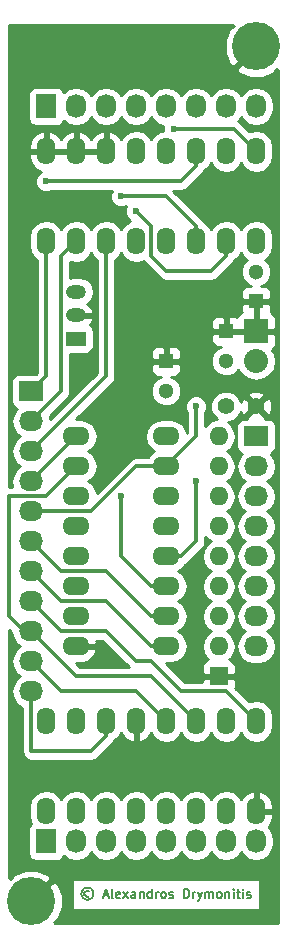
<source format=gbr>
G04 #@! TF.FileFunction,Copper,L1,Top,Signal*
%FSLAX46Y46*%
G04 Gerber Fmt 4.6, Leading zero omitted, Abs format (unit mm)*
G04 Created by KiCad (PCBNEW 4.0.6+dfsg1-1) date Tue Oct 24 14:23:59 2017*
%MOMM*%
%LPD*%
G01*
G04 APERTURE LIST*
%ADD10C,0.050000*%
%ADD11C,0.190500*%
%ADD12O,1.600000X2.300000*%
%ADD13R,1.300000X1.300000*%
%ADD14C,1.300000*%
%ADD15R,1.727200X2.032000*%
%ADD16O,1.727200X2.032000*%
%ADD17R,1.700000X1.200000*%
%ADD18O,1.700000X1.200000*%
%ADD19R,2.032000X1.727200*%
%ADD20O,2.032000X1.727200*%
%ADD21R,2.032000X2.032000*%
%ADD22O,2.032000X2.032000*%
%ADD23C,1.397000*%
%ADD24C,4.064000*%
%ADD25O,2.300000X1.600000*%
%ADD26R,1.600000X1.600000*%
%ADD27O,1.600000X1.600000*%
%ADD28C,0.600000*%
%ADD29C,0.300000*%
%ADD30C,0.254000*%
G04 APERTURE END LIST*
D10*
D11*
X135726714Y-161689143D02*
X135654142Y-161652857D01*
X135508999Y-161652857D01*
X135436428Y-161689143D01*
X135363857Y-161761714D01*
X135327571Y-161834286D01*
X135327571Y-161979429D01*
X135363857Y-162052000D01*
X135436428Y-162124571D01*
X135508999Y-162160857D01*
X135654142Y-162160857D01*
X135726714Y-162124571D01*
X135581571Y-161398857D02*
X135400142Y-161435143D01*
X135218714Y-161544000D01*
X135109857Y-161725429D01*
X135073571Y-161906857D01*
X135109857Y-162088286D01*
X135218714Y-162269714D01*
X135400142Y-162378571D01*
X135581571Y-162414857D01*
X135762999Y-162378571D01*
X135944428Y-162269714D01*
X136053285Y-162088286D01*
X136089571Y-161906857D01*
X136053285Y-161725429D01*
X135944428Y-161544000D01*
X135762999Y-161435143D01*
X135581571Y-161398857D01*
X136960428Y-162052000D02*
X137323285Y-162052000D01*
X136887856Y-162269714D02*
X137141856Y-161507714D01*
X137395856Y-162269714D01*
X137758714Y-162269714D02*
X137686142Y-162233429D01*
X137649857Y-162160857D01*
X137649857Y-161507714D01*
X138339285Y-162233429D02*
X138266714Y-162269714D01*
X138121571Y-162269714D01*
X138049000Y-162233429D01*
X138012714Y-162160857D01*
X138012714Y-161870571D01*
X138049000Y-161798000D01*
X138121571Y-161761714D01*
X138266714Y-161761714D01*
X138339285Y-161798000D01*
X138375571Y-161870571D01*
X138375571Y-161943143D01*
X138012714Y-162015714D01*
X138629571Y-162269714D02*
X139028714Y-161761714D01*
X138629571Y-161761714D02*
X139028714Y-162269714D01*
X139645571Y-162269714D02*
X139645571Y-161870571D01*
X139609285Y-161798000D01*
X139536714Y-161761714D01*
X139391571Y-161761714D01*
X139319000Y-161798000D01*
X139645571Y-162233429D02*
X139573000Y-162269714D01*
X139391571Y-162269714D01*
X139319000Y-162233429D01*
X139282714Y-162160857D01*
X139282714Y-162088286D01*
X139319000Y-162015714D01*
X139391571Y-161979429D01*
X139573000Y-161979429D01*
X139645571Y-161943143D01*
X140008429Y-161761714D02*
X140008429Y-162269714D01*
X140008429Y-161834286D02*
X140044714Y-161798000D01*
X140117286Y-161761714D01*
X140226143Y-161761714D01*
X140298714Y-161798000D01*
X140335000Y-161870571D01*
X140335000Y-162269714D01*
X141024429Y-162269714D02*
X141024429Y-161507714D01*
X141024429Y-162233429D02*
X140951858Y-162269714D01*
X140806715Y-162269714D01*
X140734143Y-162233429D01*
X140697858Y-162197143D01*
X140661572Y-162124571D01*
X140661572Y-161906857D01*
X140697858Y-161834286D01*
X140734143Y-161798000D01*
X140806715Y-161761714D01*
X140951858Y-161761714D01*
X141024429Y-161798000D01*
X141387287Y-162269714D02*
X141387287Y-161761714D01*
X141387287Y-161906857D02*
X141423572Y-161834286D01*
X141459858Y-161798000D01*
X141532429Y-161761714D01*
X141605001Y-161761714D01*
X141967858Y-162269714D02*
X141895286Y-162233429D01*
X141859001Y-162197143D01*
X141822715Y-162124571D01*
X141822715Y-161906857D01*
X141859001Y-161834286D01*
X141895286Y-161798000D01*
X141967858Y-161761714D01*
X142076715Y-161761714D01*
X142149286Y-161798000D01*
X142185572Y-161834286D01*
X142221858Y-161906857D01*
X142221858Y-162124571D01*
X142185572Y-162197143D01*
X142149286Y-162233429D01*
X142076715Y-162269714D01*
X141967858Y-162269714D01*
X142512144Y-162233429D02*
X142584715Y-162269714D01*
X142729858Y-162269714D01*
X142802430Y-162233429D01*
X142838715Y-162160857D01*
X142838715Y-162124571D01*
X142802430Y-162052000D01*
X142729858Y-162015714D01*
X142621001Y-162015714D01*
X142548430Y-161979429D01*
X142512144Y-161906857D01*
X142512144Y-161870571D01*
X142548430Y-161798000D01*
X142621001Y-161761714D01*
X142729858Y-161761714D01*
X142802430Y-161798000D01*
X143745858Y-162269714D02*
X143745858Y-161507714D01*
X143927286Y-161507714D01*
X144036143Y-161544000D01*
X144108715Y-161616571D01*
X144145000Y-161689143D01*
X144181286Y-161834286D01*
X144181286Y-161943143D01*
X144145000Y-162088286D01*
X144108715Y-162160857D01*
X144036143Y-162233429D01*
X143927286Y-162269714D01*
X143745858Y-162269714D01*
X144507858Y-162269714D02*
X144507858Y-161761714D01*
X144507858Y-161906857D02*
X144544143Y-161834286D01*
X144580429Y-161798000D01*
X144653000Y-161761714D01*
X144725572Y-161761714D01*
X144907000Y-161761714D02*
X145088429Y-162269714D01*
X145269857Y-161761714D02*
X145088429Y-162269714D01*
X145015857Y-162451143D01*
X144979572Y-162487429D01*
X144907000Y-162523714D01*
X145560143Y-162269714D02*
X145560143Y-161761714D01*
X145560143Y-161834286D02*
X145596428Y-161798000D01*
X145669000Y-161761714D01*
X145777857Y-161761714D01*
X145850428Y-161798000D01*
X145886714Y-161870571D01*
X145886714Y-162269714D01*
X145886714Y-161870571D02*
X145923000Y-161798000D01*
X145995571Y-161761714D01*
X146104428Y-161761714D01*
X146177000Y-161798000D01*
X146213285Y-161870571D01*
X146213285Y-162269714D01*
X146685000Y-162269714D02*
X146612428Y-162233429D01*
X146576143Y-162197143D01*
X146539857Y-162124571D01*
X146539857Y-161906857D01*
X146576143Y-161834286D01*
X146612428Y-161798000D01*
X146685000Y-161761714D01*
X146793857Y-161761714D01*
X146866428Y-161798000D01*
X146902714Y-161834286D01*
X146939000Y-161906857D01*
X146939000Y-162124571D01*
X146902714Y-162197143D01*
X146866428Y-162233429D01*
X146793857Y-162269714D01*
X146685000Y-162269714D01*
X147265572Y-161761714D02*
X147265572Y-162269714D01*
X147265572Y-161834286D02*
X147301857Y-161798000D01*
X147374429Y-161761714D01*
X147483286Y-161761714D01*
X147555857Y-161798000D01*
X147592143Y-161870571D01*
X147592143Y-162269714D01*
X147955001Y-162269714D02*
X147955001Y-161761714D01*
X147955001Y-161507714D02*
X147918715Y-161544000D01*
X147955001Y-161580286D01*
X147991286Y-161544000D01*
X147955001Y-161507714D01*
X147955001Y-161580286D01*
X148209000Y-161761714D02*
X148499286Y-161761714D01*
X148317858Y-161507714D02*
X148317858Y-162160857D01*
X148354143Y-162233429D01*
X148426715Y-162269714D01*
X148499286Y-162269714D01*
X148753287Y-162269714D02*
X148753287Y-161761714D01*
X148753287Y-161507714D02*
X148717001Y-161544000D01*
X148753287Y-161580286D01*
X148789572Y-161544000D01*
X148753287Y-161507714D01*
X148753287Y-161580286D01*
X149079858Y-162233429D02*
X149152429Y-162269714D01*
X149297572Y-162269714D01*
X149370144Y-162233429D01*
X149406429Y-162160857D01*
X149406429Y-162124571D01*
X149370144Y-162052000D01*
X149297572Y-162015714D01*
X149188715Y-162015714D01*
X149116144Y-161979429D01*
X149079858Y-161906857D01*
X149079858Y-161870571D01*
X149116144Y-161798000D01*
X149188715Y-161761714D01*
X149297572Y-161761714D01*
X149370144Y-161798000D01*
D12*
X132080000Y-154940000D03*
X134620000Y-154940000D03*
X137160000Y-154940000D03*
X139700000Y-154940000D03*
X142240000Y-154940000D03*
X144780000Y-154940000D03*
X147320000Y-154940000D03*
X149860000Y-154940000D03*
X149860000Y-147320000D03*
X147320000Y-147320000D03*
X144780000Y-147320000D03*
X142240000Y-147320000D03*
X139700000Y-147320000D03*
X137160000Y-147320000D03*
X134620000Y-147320000D03*
X132080000Y-147320000D03*
D13*
X142240000Y-116840000D03*
D14*
X142240000Y-119340000D03*
D13*
X147320000Y-114300000D03*
D14*
X147320000Y-116800000D03*
D13*
X149860000Y-111760000D03*
D14*
X149860000Y-109260000D03*
D15*
X132080000Y-95250000D03*
D16*
X134620000Y-95250000D03*
X137160000Y-95250000D03*
X139700000Y-95250000D03*
X142240000Y-95250000D03*
X144780000Y-95250000D03*
X147320000Y-95250000D03*
X149860000Y-95250000D03*
D15*
X132080000Y-157480000D03*
D16*
X134620000Y-157480000D03*
X137160000Y-157480000D03*
X139700000Y-157480000D03*
X142240000Y-157480000D03*
X144780000Y-157480000D03*
X147320000Y-157480000D03*
X149860000Y-157480000D03*
D17*
X134620000Y-114935000D03*
D18*
X134620000Y-112935000D03*
X134620000Y-110935000D03*
D19*
X149860000Y-123190000D03*
D20*
X149860000Y-125730000D03*
X149860000Y-128270000D03*
X149860000Y-130810000D03*
X149860000Y-133350000D03*
X149860000Y-135890000D03*
X149860000Y-138430000D03*
X149860000Y-140970000D03*
D21*
X149860000Y-114300000D03*
D22*
X149860000Y-116840000D03*
D19*
X130810000Y-119380000D03*
D20*
X130810000Y-121920000D03*
X130810000Y-124460000D03*
X130810000Y-127000000D03*
X130810000Y-129540000D03*
X130810000Y-132080000D03*
X130810000Y-134620000D03*
X130810000Y-137160000D03*
X130810000Y-139700000D03*
X130810000Y-142240000D03*
X130810000Y-144780000D03*
D23*
X147320000Y-120650000D03*
X149860000Y-120650000D03*
D24*
X149860000Y-90170000D03*
X130810000Y-162560000D03*
D12*
X149860000Y-99060000D03*
X147320000Y-99060000D03*
X144780000Y-99060000D03*
X142240000Y-99060000D03*
X139700000Y-99060000D03*
X137160000Y-99060000D03*
X134620000Y-99060000D03*
X132080000Y-99060000D03*
X132080000Y-106680000D03*
X134620000Y-106680000D03*
X137160000Y-106680000D03*
X139700000Y-106680000D03*
X142240000Y-106680000D03*
X144780000Y-106680000D03*
X147320000Y-106680000D03*
X149860000Y-106680000D03*
D25*
X134620000Y-123190000D03*
X134620000Y-125730000D03*
X134620000Y-128270000D03*
X134620000Y-130810000D03*
X134620000Y-133350000D03*
X134620000Y-135890000D03*
X134620000Y-138430000D03*
X134620000Y-140970000D03*
X142240000Y-140970000D03*
X142240000Y-138430000D03*
X142240000Y-135890000D03*
X142240000Y-133350000D03*
X142240000Y-130810000D03*
X142240000Y-128270000D03*
X142240000Y-125730000D03*
X142240000Y-123190000D03*
D26*
X146685000Y-143510000D03*
D27*
X146685000Y-140970000D03*
X146685000Y-138430000D03*
X146685000Y-135890000D03*
X146685000Y-133350000D03*
X146685000Y-130810000D03*
X146685000Y-128270000D03*
X146685000Y-125730000D03*
X146685000Y-123190000D03*
D28*
X138430000Y-128270000D03*
X144780000Y-127000000D03*
X144780000Y-120650000D03*
X138430000Y-102870000D03*
X139700000Y-104140000D03*
X142875000Y-97155000D03*
X132080000Y-101600000D03*
D29*
X134620000Y-99060000D02*
X137160000Y-99060000D01*
X132080000Y-99060000D02*
X134620000Y-99060000D01*
X130810000Y-127000000D02*
X134620000Y-123190000D01*
X134620000Y-125730000D02*
X132080000Y-128270000D01*
X128905000Y-138430000D02*
X130175000Y-139700000D01*
X128905000Y-128270000D02*
X128905000Y-138430000D01*
X132080000Y-128270000D02*
X128905000Y-128270000D01*
X130175000Y-139700000D02*
X130810000Y-139700000D01*
X130810000Y-139700000D02*
X134620000Y-143510000D01*
X140970000Y-143510000D02*
X144780000Y-147320000D01*
X134620000Y-143510000D02*
X140970000Y-143510000D01*
X140970000Y-140970000D02*
X142240000Y-140970000D01*
X137160000Y-137160000D02*
X140970000Y-140970000D01*
X130810000Y-134620000D02*
X133350000Y-137160000D01*
X133350000Y-137160000D02*
X137160000Y-137160000D01*
X130810000Y-132080000D02*
X133350000Y-134620000D01*
X140970000Y-138430000D02*
X142240000Y-138430000D01*
X137160000Y-134620000D02*
X140970000Y-138430000D01*
X133350000Y-134620000D02*
X137160000Y-134620000D01*
X142240000Y-135890000D02*
X140970000Y-135890000D01*
X138430000Y-133350000D02*
X138430000Y-128270000D01*
X140970000Y-135890000D02*
X138430000Y-133350000D01*
X142240000Y-133350000D02*
X143510000Y-133350000D01*
X144780000Y-132080000D02*
X144780000Y-127000000D01*
X143510000Y-133350000D02*
X144780000Y-132080000D01*
X142240000Y-125730000D02*
X143510000Y-124460000D01*
X144780000Y-123190000D02*
X144780000Y-120650000D01*
X143510000Y-124460000D02*
X144780000Y-123190000D01*
X130810000Y-129540000D02*
X135890000Y-129540000D01*
X139700000Y-125730000D02*
X142240000Y-125730000D01*
X135890000Y-129540000D02*
X139700000Y-125730000D01*
X144780000Y-105410000D02*
X144780000Y-106680000D01*
X142240000Y-102870000D02*
X144780000Y-105410000D01*
X138430000Y-102870000D02*
X142240000Y-102870000D01*
X147320000Y-107950000D02*
X147320000Y-106680000D01*
X146050000Y-109220000D02*
X147320000Y-107950000D01*
X142240000Y-109220000D02*
X146050000Y-109220000D01*
X140970000Y-107950000D02*
X142240000Y-109220000D01*
X140970000Y-105410000D02*
X140970000Y-107950000D01*
X139700000Y-104140000D02*
X140970000Y-105410000D01*
X149860000Y-99060000D02*
X147955000Y-97155000D01*
X147955000Y-97155000D02*
X142875000Y-97155000D01*
X132080000Y-101600000D02*
X143510000Y-101600000D01*
X143510000Y-101600000D02*
X144780000Y-100330000D01*
X144780000Y-100330000D02*
X144780000Y-99060000D01*
X130810000Y-119380000D02*
X132080000Y-118110000D01*
X132080000Y-118110000D02*
X132080000Y-106680000D01*
X130810000Y-121920000D02*
X133350000Y-119380000D01*
X133350000Y-107950000D02*
X134620000Y-106680000D01*
X133350000Y-119380000D02*
X133350000Y-107950000D01*
X130810000Y-124460000D02*
X137160000Y-118110000D01*
X137160000Y-118110000D02*
X137160000Y-106680000D01*
X130810000Y-137160000D02*
X133350000Y-139700000D01*
X147320000Y-144780000D02*
X149860000Y-147320000D01*
X143510000Y-144780000D02*
X147320000Y-144780000D01*
X140970000Y-142240000D02*
X143510000Y-144780000D01*
X139700000Y-142240000D02*
X140970000Y-142240000D01*
X137160000Y-139700000D02*
X139700000Y-142240000D01*
X133350000Y-139700000D02*
X137160000Y-139700000D01*
X130810000Y-142240000D02*
X133350000Y-144780000D01*
X139700000Y-144780000D02*
X142240000Y-147320000D01*
X133350000Y-144780000D02*
X139700000Y-144780000D01*
X130810000Y-144780000D02*
X130810000Y-149860000D01*
X137160000Y-148590000D02*
X137160000Y-147320000D01*
X135890000Y-149860000D02*
X137160000Y-148590000D01*
X134620000Y-149860000D02*
X135890000Y-149860000D01*
X130810000Y-149860000D02*
X134620000Y-149860000D01*
D30*
G36*
X147961877Y-88451485D02*
X147587832Y-88676154D01*
X147189120Y-89659388D01*
X147197025Y-90720357D01*
X147587832Y-91663846D01*
X147961879Y-91888516D01*
X149680395Y-90170000D01*
X149666253Y-90155858D01*
X149845858Y-89976253D01*
X149860000Y-89990395D01*
X149874143Y-89976253D01*
X150053748Y-90155858D01*
X150039605Y-90170000D01*
X150053748Y-90184143D01*
X149874143Y-90363748D01*
X149860000Y-90349605D01*
X148141484Y-92068121D01*
X148366154Y-92442168D01*
X149349388Y-92840880D01*
X150410357Y-92832975D01*
X151353846Y-92442168D01*
X151578515Y-92068123D01*
X151690000Y-92179608D01*
X151690000Y-164390000D01*
X132819608Y-164390000D01*
X132708123Y-164278515D01*
X133082168Y-164053846D01*
X133480880Y-163070612D01*
X133472975Y-162009643D01*
X133082168Y-161066154D01*
X132708121Y-160841484D01*
X130989605Y-162560000D01*
X131003748Y-162574143D01*
X130824143Y-162753748D01*
X130810000Y-162739605D01*
X130795858Y-162753748D01*
X130616253Y-162574143D01*
X130630395Y-162560000D01*
X130616253Y-162545858D01*
X130795858Y-162366253D01*
X130810000Y-162380395D01*
X132528516Y-160661879D01*
X132528199Y-160661350D01*
X134293428Y-160661350D01*
X134293428Y-163264850D01*
X150186572Y-163264850D01*
X150186572Y-160661350D01*
X134293428Y-160661350D01*
X132528199Y-160661350D01*
X132303846Y-160287832D01*
X131320612Y-159889120D01*
X130259643Y-159897025D01*
X129316154Y-160287832D01*
X129091485Y-160661877D01*
X128980000Y-160550392D01*
X128980000Y-156464000D01*
X130568960Y-156464000D01*
X130568960Y-158496000D01*
X130613238Y-158731317D01*
X130752310Y-158947441D01*
X130964510Y-159092431D01*
X131216400Y-159143440D01*
X132943600Y-159143440D01*
X133178917Y-159099162D01*
X133395041Y-158960090D01*
X133540031Y-158747890D01*
X133548400Y-158706561D01*
X133560330Y-158724415D01*
X134046511Y-159049271D01*
X134620000Y-159163345D01*
X135193489Y-159049271D01*
X135679670Y-158724415D01*
X135890000Y-158409634D01*
X136100330Y-158724415D01*
X136586511Y-159049271D01*
X137160000Y-159163345D01*
X137733489Y-159049271D01*
X138219670Y-158724415D01*
X138430000Y-158409634D01*
X138640330Y-158724415D01*
X139126511Y-159049271D01*
X139700000Y-159163345D01*
X140273489Y-159049271D01*
X140759670Y-158724415D01*
X140970000Y-158409634D01*
X141180330Y-158724415D01*
X141666511Y-159049271D01*
X142240000Y-159163345D01*
X142813489Y-159049271D01*
X143299670Y-158724415D01*
X143510000Y-158409634D01*
X143720330Y-158724415D01*
X144206511Y-159049271D01*
X144780000Y-159163345D01*
X145353489Y-159049271D01*
X145839670Y-158724415D01*
X146050000Y-158409634D01*
X146260330Y-158724415D01*
X146746511Y-159049271D01*
X147320000Y-159163345D01*
X147893489Y-159049271D01*
X148379670Y-158724415D01*
X148590000Y-158409634D01*
X148800330Y-158724415D01*
X149286511Y-159049271D01*
X149860000Y-159163345D01*
X150433489Y-159049271D01*
X150919670Y-158724415D01*
X151244526Y-158238234D01*
X151358600Y-157664745D01*
X151358600Y-157295255D01*
X151244526Y-156721766D01*
X150919670Y-156235585D01*
X150915137Y-156232556D01*
X151137166Y-155956483D01*
X151295000Y-155417000D01*
X151295000Y-155067000D01*
X149987000Y-155067000D01*
X149987000Y-155087000D01*
X149733000Y-155087000D01*
X149733000Y-155067000D01*
X149713000Y-155067000D01*
X149713000Y-154813000D01*
X149733000Y-154813000D01*
X149733000Y-153320085D01*
X149987000Y-153320085D01*
X149987000Y-154813000D01*
X151295000Y-154813000D01*
X151295000Y-154463000D01*
X151137166Y-153923517D01*
X150784896Y-153485500D01*
X150291819Y-153215633D01*
X150209039Y-153198096D01*
X149987000Y-153320085D01*
X149733000Y-153320085D01*
X149510961Y-153198096D01*
X149428181Y-153215633D01*
X148935104Y-153485500D01*
X148587149Y-153918151D01*
X148334698Y-153540332D01*
X147869151Y-153229263D01*
X147320000Y-153120030D01*
X146770849Y-153229263D01*
X146305302Y-153540332D01*
X146050000Y-153922418D01*
X145794698Y-153540332D01*
X145329151Y-153229263D01*
X144780000Y-153120030D01*
X144230849Y-153229263D01*
X143765302Y-153540332D01*
X143510000Y-153922418D01*
X143254698Y-153540332D01*
X142789151Y-153229263D01*
X142240000Y-153120030D01*
X141690849Y-153229263D01*
X141225302Y-153540332D01*
X140970000Y-153922418D01*
X140714698Y-153540332D01*
X140249151Y-153229263D01*
X139700000Y-153120030D01*
X139150849Y-153229263D01*
X138685302Y-153540332D01*
X138430000Y-153922418D01*
X138174698Y-153540332D01*
X137709151Y-153229263D01*
X137160000Y-153120030D01*
X136610849Y-153229263D01*
X136145302Y-153540332D01*
X135890000Y-153922418D01*
X135634698Y-153540332D01*
X135169151Y-153229263D01*
X134620000Y-153120030D01*
X134070849Y-153229263D01*
X133605302Y-153540332D01*
X133350000Y-153922418D01*
X133094698Y-153540332D01*
X132629151Y-153229263D01*
X132080000Y-153120030D01*
X131530849Y-153229263D01*
X131065302Y-153540332D01*
X130754233Y-154005879D01*
X130645000Y-154555030D01*
X130645000Y-155324970D01*
X130754233Y-155874121D01*
X130816236Y-155966914D01*
X130764959Y-155999910D01*
X130619969Y-156212110D01*
X130568960Y-156464000D01*
X128980000Y-156464000D01*
X128980000Y-139615158D01*
X129142003Y-139777161D01*
X129240729Y-140273489D01*
X129565585Y-140759670D01*
X129880366Y-140970000D01*
X129565585Y-141180330D01*
X129240729Y-141666511D01*
X129126655Y-142240000D01*
X129240729Y-142813489D01*
X129565585Y-143299670D01*
X129880366Y-143510000D01*
X129565585Y-143720330D01*
X129240729Y-144206511D01*
X129126655Y-144780000D01*
X129240729Y-145353489D01*
X129565585Y-145839670D01*
X130025000Y-146146642D01*
X130025000Y-149860000D01*
X130084755Y-150160406D01*
X130254921Y-150415079D01*
X130509594Y-150585245D01*
X130810000Y-150645000D01*
X135890000Y-150645000D01*
X136190407Y-150585245D01*
X136445079Y-150415079D01*
X137715079Y-149145079D01*
X137857883Y-148931357D01*
X138174698Y-148719668D01*
X138427149Y-148341849D01*
X138775104Y-148774500D01*
X139268181Y-149044367D01*
X139350961Y-149061904D01*
X139573000Y-148939915D01*
X139573000Y-147447000D01*
X139553000Y-147447000D01*
X139553000Y-147193000D01*
X139573000Y-147193000D01*
X139573000Y-147173000D01*
X139827000Y-147173000D01*
X139827000Y-147193000D01*
X139847000Y-147193000D01*
X139847000Y-147447000D01*
X139827000Y-147447000D01*
X139827000Y-148939915D01*
X140049039Y-149061904D01*
X140131819Y-149044367D01*
X140624896Y-148774500D01*
X140972851Y-148341849D01*
X141225302Y-148719668D01*
X141690849Y-149030737D01*
X142240000Y-149139970D01*
X142789151Y-149030737D01*
X143254698Y-148719668D01*
X143510000Y-148337582D01*
X143765302Y-148719668D01*
X144230849Y-149030737D01*
X144780000Y-149139970D01*
X145329151Y-149030737D01*
X145794698Y-148719668D01*
X146050000Y-148337582D01*
X146305302Y-148719668D01*
X146770849Y-149030737D01*
X147320000Y-149139970D01*
X147869151Y-149030737D01*
X148334698Y-148719668D01*
X148590000Y-148337582D01*
X148845302Y-148719668D01*
X149310849Y-149030737D01*
X149860000Y-149139970D01*
X150409151Y-149030737D01*
X150874698Y-148719668D01*
X151185767Y-148254121D01*
X151295000Y-147704970D01*
X151295000Y-146935030D01*
X151185767Y-146385879D01*
X150874698Y-145920332D01*
X150409151Y-145609263D01*
X149860000Y-145500030D01*
X149310849Y-145609263D01*
X149280020Y-145629862D01*
X148110178Y-144460020D01*
X148120000Y-144436309D01*
X148120000Y-143795750D01*
X147961250Y-143637000D01*
X146812000Y-143637000D01*
X146812000Y-143657000D01*
X146558000Y-143657000D01*
X146558000Y-143637000D01*
X145408750Y-143637000D01*
X145250000Y-143795750D01*
X145250000Y-143995000D01*
X143835158Y-143995000D01*
X142245158Y-142405000D01*
X142624970Y-142405000D01*
X143174121Y-142295767D01*
X143639668Y-141984698D01*
X143950737Y-141519151D01*
X144059970Y-140970000D01*
X143950737Y-140420849D01*
X143639668Y-139955302D01*
X143257582Y-139700000D01*
X143639668Y-139444698D01*
X143950737Y-138979151D01*
X144059970Y-138430000D01*
X143950737Y-137880849D01*
X143639668Y-137415302D01*
X143257582Y-137160000D01*
X143639668Y-136904698D01*
X143950737Y-136439151D01*
X144059970Y-135890000D01*
X143950737Y-135340849D01*
X143639668Y-134875302D01*
X143257582Y-134620000D01*
X143639668Y-134364698D01*
X143851357Y-134047883D01*
X144065079Y-133905079D01*
X145335079Y-132635079D01*
X145505245Y-132380407D01*
X145565000Y-132080000D01*
X145565000Y-131695216D01*
X145670302Y-131852811D01*
X146010314Y-132080000D01*
X145670302Y-132307189D01*
X145359233Y-132772736D01*
X145250000Y-133321887D01*
X145250000Y-133378113D01*
X145359233Y-133927264D01*
X145670302Y-134392811D01*
X146010314Y-134620000D01*
X145670302Y-134847189D01*
X145359233Y-135312736D01*
X145250000Y-135861887D01*
X145250000Y-135918113D01*
X145359233Y-136467264D01*
X145670302Y-136932811D01*
X146010314Y-137160000D01*
X145670302Y-137387189D01*
X145359233Y-137852736D01*
X145250000Y-138401887D01*
X145250000Y-138458113D01*
X145359233Y-139007264D01*
X145670302Y-139472811D01*
X146010314Y-139700000D01*
X145670302Y-139927189D01*
X145359233Y-140392736D01*
X145250000Y-140941887D01*
X145250000Y-140998113D01*
X145359233Y-141547264D01*
X145670302Y-142012811D01*
X145763374Y-142075000D01*
X145758690Y-142075000D01*
X145525301Y-142171673D01*
X145346673Y-142350302D01*
X145250000Y-142583691D01*
X145250000Y-143224250D01*
X145408750Y-143383000D01*
X146558000Y-143383000D01*
X146558000Y-143363000D01*
X146812000Y-143363000D01*
X146812000Y-143383000D01*
X147961250Y-143383000D01*
X148120000Y-143224250D01*
X148120000Y-142583691D01*
X148023327Y-142350302D01*
X147844699Y-142171673D01*
X147611310Y-142075000D01*
X147606626Y-142075000D01*
X147699698Y-142012811D01*
X148010767Y-141547264D01*
X148120000Y-140998113D01*
X148120000Y-140941887D01*
X148010767Y-140392736D01*
X147699698Y-139927189D01*
X147359686Y-139700000D01*
X147699698Y-139472811D01*
X148010767Y-139007264D01*
X148120000Y-138458113D01*
X148120000Y-138401887D01*
X148010767Y-137852736D01*
X147699698Y-137387189D01*
X147359686Y-137160000D01*
X147699698Y-136932811D01*
X148010767Y-136467264D01*
X148120000Y-135918113D01*
X148120000Y-135861887D01*
X148010767Y-135312736D01*
X147699698Y-134847189D01*
X147359686Y-134620000D01*
X147699698Y-134392811D01*
X148010767Y-133927264D01*
X148120000Y-133378113D01*
X148120000Y-133321887D01*
X148010767Y-132772736D01*
X147699698Y-132307189D01*
X147359686Y-132080000D01*
X147699698Y-131852811D01*
X148010767Y-131387264D01*
X148120000Y-130838113D01*
X148120000Y-130781887D01*
X148010767Y-130232736D01*
X147699698Y-129767189D01*
X147359686Y-129540000D01*
X147699698Y-129312811D01*
X148010767Y-128847264D01*
X148120000Y-128298113D01*
X148120000Y-128241887D01*
X148010767Y-127692736D01*
X147699698Y-127227189D01*
X147359686Y-127000000D01*
X147699698Y-126772811D01*
X148010767Y-126307264D01*
X148120000Y-125758113D01*
X148120000Y-125730000D01*
X148176655Y-125730000D01*
X148290729Y-126303489D01*
X148615585Y-126789670D01*
X148930366Y-127000000D01*
X148615585Y-127210330D01*
X148290729Y-127696511D01*
X148176655Y-128270000D01*
X148290729Y-128843489D01*
X148615585Y-129329670D01*
X148930366Y-129540000D01*
X148615585Y-129750330D01*
X148290729Y-130236511D01*
X148176655Y-130810000D01*
X148290729Y-131383489D01*
X148615585Y-131869670D01*
X148930366Y-132080000D01*
X148615585Y-132290330D01*
X148290729Y-132776511D01*
X148176655Y-133350000D01*
X148290729Y-133923489D01*
X148615585Y-134409670D01*
X148930366Y-134620000D01*
X148615585Y-134830330D01*
X148290729Y-135316511D01*
X148176655Y-135890000D01*
X148290729Y-136463489D01*
X148615585Y-136949670D01*
X148930366Y-137160000D01*
X148615585Y-137370330D01*
X148290729Y-137856511D01*
X148176655Y-138430000D01*
X148290729Y-139003489D01*
X148615585Y-139489670D01*
X148930366Y-139700000D01*
X148615585Y-139910330D01*
X148290729Y-140396511D01*
X148176655Y-140970000D01*
X148290729Y-141543489D01*
X148615585Y-142029670D01*
X149101766Y-142354526D01*
X149675255Y-142468600D01*
X150044745Y-142468600D01*
X150618234Y-142354526D01*
X151104415Y-142029670D01*
X151429271Y-141543489D01*
X151543345Y-140970000D01*
X151429271Y-140396511D01*
X151104415Y-139910330D01*
X150789634Y-139700000D01*
X151104415Y-139489670D01*
X151429271Y-139003489D01*
X151543345Y-138430000D01*
X151429271Y-137856511D01*
X151104415Y-137370330D01*
X150789634Y-137160000D01*
X151104415Y-136949670D01*
X151429271Y-136463489D01*
X151543345Y-135890000D01*
X151429271Y-135316511D01*
X151104415Y-134830330D01*
X150789634Y-134620000D01*
X151104415Y-134409670D01*
X151429271Y-133923489D01*
X151543345Y-133350000D01*
X151429271Y-132776511D01*
X151104415Y-132290330D01*
X150789634Y-132080000D01*
X151104415Y-131869670D01*
X151429271Y-131383489D01*
X151543345Y-130810000D01*
X151429271Y-130236511D01*
X151104415Y-129750330D01*
X150789634Y-129540000D01*
X151104415Y-129329670D01*
X151429271Y-128843489D01*
X151543345Y-128270000D01*
X151429271Y-127696511D01*
X151104415Y-127210330D01*
X150789634Y-127000000D01*
X151104415Y-126789670D01*
X151429271Y-126303489D01*
X151543345Y-125730000D01*
X151429271Y-125156511D01*
X151104415Y-124670330D01*
X151090087Y-124660757D01*
X151111317Y-124656762D01*
X151327441Y-124517690D01*
X151472431Y-124305490D01*
X151523440Y-124053600D01*
X151523440Y-122326400D01*
X151479162Y-122091083D01*
X151340090Y-121874959D01*
X151127890Y-121729969D01*
X150876000Y-121678960D01*
X150589783Y-121678960D01*
X150614583Y-121584188D01*
X149860000Y-120829605D01*
X149105417Y-121584188D01*
X149130217Y-121678960D01*
X148844000Y-121678960D01*
X148608683Y-121723238D01*
X148392559Y-121862310D01*
X148247569Y-122074510D01*
X148196560Y-122326400D01*
X148196560Y-124053600D01*
X148240838Y-124288917D01*
X148379910Y-124505041D01*
X148592110Y-124650031D01*
X148633439Y-124658400D01*
X148615585Y-124670330D01*
X148290729Y-125156511D01*
X148176655Y-125730000D01*
X148120000Y-125730000D01*
X148120000Y-125701887D01*
X148010767Y-125152736D01*
X147699698Y-124687189D01*
X147359686Y-124460000D01*
X147699698Y-124232811D01*
X148010767Y-123767264D01*
X148120000Y-123218113D01*
X148120000Y-123161887D01*
X148010767Y-122612736D01*
X147699698Y-122147189D01*
X147454897Y-121983618D01*
X147584086Y-121983731D01*
X148074380Y-121781146D01*
X148449827Y-121406353D01*
X148583314Y-121084882D01*
X148690200Y-121342929D01*
X148925812Y-121404583D01*
X149680395Y-120650000D01*
X150039605Y-120650000D01*
X150794188Y-121404583D01*
X151029800Y-121342929D01*
X151205927Y-120842520D01*
X151177148Y-120312801D01*
X151029800Y-119957071D01*
X150794188Y-119895417D01*
X150039605Y-120650000D01*
X149680395Y-120650000D01*
X148925812Y-119895417D01*
X148690200Y-119957071D01*
X148591917Y-120236312D01*
X148451146Y-119895620D01*
X148271652Y-119715812D01*
X149105417Y-119715812D01*
X149860000Y-120470395D01*
X150614583Y-119715812D01*
X150552929Y-119480200D01*
X150052520Y-119304073D01*
X149522801Y-119332852D01*
X149167071Y-119480200D01*
X149105417Y-119715812D01*
X148271652Y-119715812D01*
X148076353Y-119520173D01*
X147586413Y-119316732D01*
X147055914Y-119316269D01*
X146565620Y-119518854D01*
X146190173Y-119893647D01*
X145986732Y-120383587D01*
X145986269Y-120914086D01*
X146188854Y-121404380D01*
X146539659Y-121755797D01*
X146135849Y-121836120D01*
X145670302Y-122147189D01*
X145565000Y-122304784D01*
X145565000Y-121187506D01*
X145572192Y-121180327D01*
X145714838Y-120836799D01*
X145715162Y-120464833D01*
X145573117Y-120121057D01*
X145310327Y-119857808D01*
X144966799Y-119715162D01*
X144594833Y-119714838D01*
X144251057Y-119856883D01*
X143987808Y-120119673D01*
X143845162Y-120463201D01*
X143844838Y-120835167D01*
X143986883Y-121178943D01*
X143995000Y-121187074D01*
X143995000Y-122863374D01*
X143950737Y-122640849D01*
X143639668Y-122175302D01*
X143174121Y-121864233D01*
X142624970Y-121755000D01*
X141855030Y-121755000D01*
X141305879Y-121864233D01*
X140840332Y-122175302D01*
X140529263Y-122640849D01*
X140420030Y-123190000D01*
X140529263Y-123739151D01*
X140840332Y-124204698D01*
X141222418Y-124460000D01*
X140840332Y-124715302D01*
X140686852Y-124945000D01*
X139700000Y-124945000D01*
X139399594Y-125004755D01*
X139144921Y-125174921D01*
X136375244Y-127944598D01*
X136330737Y-127720849D01*
X136019668Y-127255302D01*
X135637582Y-127000000D01*
X136019668Y-126744698D01*
X136330737Y-126279151D01*
X136439970Y-125730000D01*
X136330737Y-125180849D01*
X136019668Y-124715302D01*
X135637582Y-124460000D01*
X136019668Y-124204698D01*
X136330737Y-123739151D01*
X136439970Y-123190000D01*
X136330737Y-122640849D01*
X136019668Y-122175302D01*
X135554121Y-121864233D01*
X135004970Y-121755000D01*
X134625158Y-121755000D01*
X136785677Y-119594481D01*
X140954777Y-119594481D01*
X141149995Y-120066943D01*
X141511155Y-120428735D01*
X141983276Y-120624777D01*
X142494481Y-120625223D01*
X142966943Y-120430005D01*
X143328735Y-120068845D01*
X143524777Y-119596724D01*
X143525223Y-119085519D01*
X143330005Y-118613057D01*
X142968845Y-118251265D01*
X142664765Y-118125000D01*
X143016310Y-118125000D01*
X143249699Y-118028327D01*
X143428327Y-117849698D01*
X143525000Y-117616309D01*
X143525000Y-117125750D01*
X143453731Y-117054481D01*
X146034777Y-117054481D01*
X146229995Y-117526943D01*
X146591155Y-117888735D01*
X147063276Y-118084777D01*
X147574481Y-118085223D01*
X148046943Y-117890005D01*
X148367766Y-117569742D01*
X148660222Y-118007433D01*
X149195845Y-118365325D01*
X149827655Y-118491000D01*
X149892345Y-118491000D01*
X150524155Y-118365325D01*
X151059778Y-118007433D01*
X151417670Y-117471810D01*
X151543345Y-116840000D01*
X151417670Y-116208190D01*
X151193034Y-115871999D01*
X151235698Y-115854327D01*
X151414327Y-115675699D01*
X151511000Y-115442310D01*
X151511000Y-114585750D01*
X151352250Y-114427000D01*
X149987000Y-114427000D01*
X149987000Y-114447000D01*
X149733000Y-114447000D01*
X149733000Y-114427000D01*
X147447000Y-114427000D01*
X147447000Y-114447000D01*
X147193000Y-114447000D01*
X147193000Y-114427000D01*
X146193750Y-114427000D01*
X146035000Y-114585750D01*
X146035000Y-115076309D01*
X146131673Y-115309698D01*
X146310301Y-115488327D01*
X146543690Y-115585000D01*
X146895567Y-115585000D01*
X146593057Y-115709995D01*
X146231265Y-116071155D01*
X146035223Y-116543276D01*
X146034777Y-117054481D01*
X143453731Y-117054481D01*
X143366250Y-116967000D01*
X142367000Y-116967000D01*
X142367000Y-116987000D01*
X142113000Y-116987000D01*
X142113000Y-116967000D01*
X141113750Y-116967000D01*
X140955000Y-117125750D01*
X140955000Y-117616309D01*
X141051673Y-117849698D01*
X141230301Y-118028327D01*
X141463690Y-118125000D01*
X141815567Y-118125000D01*
X141513057Y-118249995D01*
X141151265Y-118611155D01*
X140955223Y-119083276D01*
X140954777Y-119594481D01*
X136785677Y-119594481D01*
X137715079Y-118665079D01*
X137885245Y-118410407D01*
X137945000Y-118110000D01*
X137945000Y-116063691D01*
X140955000Y-116063691D01*
X140955000Y-116554250D01*
X141113750Y-116713000D01*
X142113000Y-116713000D01*
X142113000Y-115713750D01*
X142367000Y-115713750D01*
X142367000Y-116713000D01*
X143366250Y-116713000D01*
X143525000Y-116554250D01*
X143525000Y-116063691D01*
X143428327Y-115830302D01*
X143249699Y-115651673D01*
X143016310Y-115555000D01*
X142525750Y-115555000D01*
X142367000Y-115713750D01*
X142113000Y-115713750D01*
X141954250Y-115555000D01*
X141463690Y-115555000D01*
X141230301Y-115651673D01*
X141051673Y-115830302D01*
X140955000Y-116063691D01*
X137945000Y-116063691D01*
X137945000Y-113523691D01*
X146035000Y-113523691D01*
X146035000Y-114014250D01*
X146193750Y-114173000D01*
X147193000Y-114173000D01*
X147193000Y-113173750D01*
X147447000Y-113173750D01*
X147447000Y-114173000D01*
X149733000Y-114173000D01*
X149733000Y-111887000D01*
X149987000Y-111887000D01*
X149987000Y-114173000D01*
X151352250Y-114173000D01*
X151511000Y-114014250D01*
X151511000Y-113157690D01*
X151414327Y-112924301D01*
X151235698Y-112745673D01*
X151084261Y-112682946D01*
X151145000Y-112536309D01*
X151145000Y-112045750D01*
X150986250Y-111887000D01*
X149987000Y-111887000D01*
X149733000Y-111887000D01*
X148733750Y-111887000D01*
X148575000Y-112045750D01*
X148575000Y-112536309D01*
X148635739Y-112682946D01*
X148484302Y-112745673D01*
X148305673Y-112924301D01*
X148242945Y-113075738D01*
X148096310Y-113015000D01*
X147605750Y-113015000D01*
X147447000Y-113173750D01*
X147193000Y-113173750D01*
X147034250Y-113015000D01*
X146543690Y-113015000D01*
X146310301Y-113111673D01*
X146131673Y-113290302D01*
X146035000Y-113523691D01*
X137945000Y-113523691D01*
X137945000Y-108233148D01*
X138174698Y-108079668D01*
X138430000Y-107697582D01*
X138685302Y-108079668D01*
X139150849Y-108390737D01*
X139700000Y-108499970D01*
X140249151Y-108390737D01*
X140310936Y-108349454D01*
X140414921Y-108505079D01*
X141684921Y-109775079D01*
X141939593Y-109945245D01*
X142240000Y-110005000D01*
X146050000Y-110005000D01*
X146350407Y-109945245D01*
X146605079Y-109775079D01*
X147875079Y-108505079D01*
X148017883Y-108291357D01*
X148334698Y-108079668D01*
X148590000Y-107697582D01*
X148845302Y-108079668D01*
X149071881Y-108231064D01*
X148771265Y-108531155D01*
X148575223Y-109003276D01*
X148574777Y-109514481D01*
X148769995Y-109986943D01*
X149131155Y-110348735D01*
X149435235Y-110475000D01*
X149083690Y-110475000D01*
X148850301Y-110571673D01*
X148671673Y-110750302D01*
X148575000Y-110983691D01*
X148575000Y-111474250D01*
X148733750Y-111633000D01*
X149733000Y-111633000D01*
X149733000Y-111613000D01*
X149987000Y-111613000D01*
X149987000Y-111633000D01*
X150986250Y-111633000D01*
X151145000Y-111474250D01*
X151145000Y-110983691D01*
X151048327Y-110750302D01*
X150869699Y-110571673D01*
X150636310Y-110475000D01*
X150284433Y-110475000D01*
X150586943Y-110350005D01*
X150948735Y-109988845D01*
X151144777Y-109516724D01*
X151145223Y-109005519D01*
X150950005Y-108533057D01*
X150648371Y-108230895D01*
X150874698Y-108079668D01*
X151185767Y-107614121D01*
X151295000Y-107064970D01*
X151295000Y-106295030D01*
X151185767Y-105745879D01*
X150874698Y-105280332D01*
X150409151Y-104969263D01*
X149860000Y-104860030D01*
X149310849Y-104969263D01*
X148845302Y-105280332D01*
X148590000Y-105662418D01*
X148334698Y-105280332D01*
X147869151Y-104969263D01*
X147320000Y-104860030D01*
X146770849Y-104969263D01*
X146305302Y-105280332D01*
X146050000Y-105662418D01*
X145794698Y-105280332D01*
X145477882Y-105068642D01*
X145335079Y-104854921D01*
X142865158Y-102385000D01*
X143510000Y-102385000D01*
X143810407Y-102325245D01*
X144065079Y-102155079D01*
X145335079Y-100885079D01*
X145477883Y-100671357D01*
X145794698Y-100459668D01*
X146050000Y-100077582D01*
X146305302Y-100459668D01*
X146770849Y-100770737D01*
X147320000Y-100879970D01*
X147869151Y-100770737D01*
X148334698Y-100459668D01*
X148590000Y-100077582D01*
X148845302Y-100459668D01*
X149310849Y-100770737D01*
X149860000Y-100879970D01*
X150409151Y-100770737D01*
X150874698Y-100459668D01*
X151185767Y-99994121D01*
X151295000Y-99444970D01*
X151295000Y-98675030D01*
X151185767Y-98125879D01*
X150874698Y-97660332D01*
X150409151Y-97349263D01*
X149860000Y-97240030D01*
X149310849Y-97349263D01*
X149280020Y-97369862D01*
X148510079Y-96599921D01*
X148365924Y-96503600D01*
X148379670Y-96494415D01*
X148590000Y-96179634D01*
X148800330Y-96494415D01*
X149286511Y-96819271D01*
X149860000Y-96933345D01*
X150433489Y-96819271D01*
X150919670Y-96494415D01*
X151244526Y-96008234D01*
X151358600Y-95434745D01*
X151358600Y-95065255D01*
X151244526Y-94491766D01*
X150919670Y-94005585D01*
X150433489Y-93680729D01*
X149860000Y-93566655D01*
X149286511Y-93680729D01*
X148800330Y-94005585D01*
X148590000Y-94320366D01*
X148379670Y-94005585D01*
X147893489Y-93680729D01*
X147320000Y-93566655D01*
X146746511Y-93680729D01*
X146260330Y-94005585D01*
X146050000Y-94320366D01*
X145839670Y-94005585D01*
X145353489Y-93680729D01*
X144780000Y-93566655D01*
X144206511Y-93680729D01*
X143720330Y-94005585D01*
X143510000Y-94320366D01*
X143299670Y-94005585D01*
X142813489Y-93680729D01*
X142240000Y-93566655D01*
X141666511Y-93680729D01*
X141180330Y-94005585D01*
X140970000Y-94320366D01*
X140759670Y-94005585D01*
X140273489Y-93680729D01*
X139700000Y-93566655D01*
X139126511Y-93680729D01*
X138640330Y-94005585D01*
X138430000Y-94320366D01*
X138219670Y-94005585D01*
X137733489Y-93680729D01*
X137160000Y-93566655D01*
X136586511Y-93680729D01*
X136100330Y-94005585D01*
X135890000Y-94320366D01*
X135679670Y-94005585D01*
X135193489Y-93680729D01*
X134620000Y-93566655D01*
X134046511Y-93680729D01*
X133560330Y-94005585D01*
X133550757Y-94019913D01*
X133546762Y-93998683D01*
X133407690Y-93782559D01*
X133195490Y-93637569D01*
X132943600Y-93586560D01*
X131216400Y-93586560D01*
X130981083Y-93630838D01*
X130764959Y-93769910D01*
X130619969Y-93982110D01*
X130568960Y-94234000D01*
X130568960Y-96266000D01*
X130613238Y-96501317D01*
X130752310Y-96717441D01*
X130964510Y-96862431D01*
X131216400Y-96913440D01*
X132943600Y-96913440D01*
X133178917Y-96869162D01*
X133395041Y-96730090D01*
X133540031Y-96517890D01*
X133548400Y-96476561D01*
X133560330Y-96494415D01*
X134046511Y-96819271D01*
X134620000Y-96933345D01*
X135193489Y-96819271D01*
X135679670Y-96494415D01*
X135890000Y-96179634D01*
X136100330Y-96494415D01*
X136586511Y-96819271D01*
X137160000Y-96933345D01*
X137733489Y-96819271D01*
X138219670Y-96494415D01*
X138430000Y-96179634D01*
X138640330Y-96494415D01*
X139126511Y-96819271D01*
X139700000Y-96933345D01*
X140273489Y-96819271D01*
X140759670Y-96494415D01*
X140970000Y-96179634D01*
X141180330Y-96494415D01*
X141666511Y-96819271D01*
X141976407Y-96880913D01*
X141940162Y-96968201D01*
X141939873Y-97299729D01*
X141690849Y-97349263D01*
X141225302Y-97660332D01*
X140970000Y-98042418D01*
X140714698Y-97660332D01*
X140249151Y-97349263D01*
X139700000Y-97240030D01*
X139150849Y-97349263D01*
X138685302Y-97660332D01*
X138432851Y-98038151D01*
X138084896Y-97605500D01*
X137591819Y-97335633D01*
X137509039Y-97318096D01*
X137287000Y-97440085D01*
X137287000Y-98933000D01*
X137307000Y-98933000D01*
X137307000Y-99187000D01*
X137287000Y-99187000D01*
X137287000Y-99207000D01*
X137033000Y-99207000D01*
X137033000Y-99187000D01*
X134747000Y-99187000D01*
X134747000Y-99207000D01*
X134493000Y-99207000D01*
X134493000Y-99187000D01*
X132207000Y-99187000D01*
X132207000Y-99207000D01*
X131953000Y-99207000D01*
X131953000Y-99187000D01*
X130645000Y-99187000D01*
X130645000Y-99537000D01*
X130802834Y-100076483D01*
X131155104Y-100514500D01*
X131629842Y-100774330D01*
X131551057Y-100806883D01*
X131287808Y-101069673D01*
X131145162Y-101413201D01*
X131144838Y-101785167D01*
X131286883Y-102128943D01*
X131549673Y-102392192D01*
X131893201Y-102534838D01*
X132265167Y-102535162D01*
X132608943Y-102393117D01*
X132617074Y-102385000D01*
X137618986Y-102385000D01*
X137495162Y-102683201D01*
X137494838Y-103055167D01*
X137636883Y-103398943D01*
X137899673Y-103662192D01*
X138243201Y-103804838D01*
X138615167Y-103805162D01*
X138870430Y-103699690D01*
X138765162Y-103953201D01*
X138764838Y-104325167D01*
X138906883Y-104668943D01*
X139169673Y-104932192D01*
X139223938Y-104954725D01*
X139150849Y-104969263D01*
X138685302Y-105280332D01*
X138430000Y-105662418D01*
X138174698Y-105280332D01*
X137709151Y-104969263D01*
X137160000Y-104860030D01*
X136610849Y-104969263D01*
X136145302Y-105280332D01*
X135890000Y-105662418D01*
X135634698Y-105280332D01*
X135169151Y-104969263D01*
X134620000Y-104860030D01*
X134070849Y-104969263D01*
X133605302Y-105280332D01*
X133350000Y-105662418D01*
X133094698Y-105280332D01*
X132629151Y-104969263D01*
X132080000Y-104860030D01*
X131530849Y-104969263D01*
X131065302Y-105280332D01*
X130754233Y-105745879D01*
X130645000Y-106295030D01*
X130645000Y-107064970D01*
X130754233Y-107614121D01*
X131065302Y-108079668D01*
X131295000Y-108233148D01*
X131295000Y-117784842D01*
X131210882Y-117868960D01*
X129794000Y-117868960D01*
X129558683Y-117913238D01*
X129342559Y-118052310D01*
X129197569Y-118264510D01*
X129146560Y-118516400D01*
X129146560Y-120243600D01*
X129190838Y-120478917D01*
X129329910Y-120695041D01*
X129542110Y-120840031D01*
X129583439Y-120848400D01*
X129565585Y-120860330D01*
X129240729Y-121346511D01*
X129126655Y-121920000D01*
X129240729Y-122493489D01*
X129565585Y-122979670D01*
X129880366Y-123190000D01*
X129565585Y-123400330D01*
X129240729Y-123886511D01*
X129126655Y-124460000D01*
X129240729Y-125033489D01*
X129565585Y-125519670D01*
X129880366Y-125730000D01*
X129565585Y-125940330D01*
X129240729Y-126426511D01*
X129126655Y-127000000D01*
X129223127Y-127485000D01*
X128980000Y-127485000D01*
X128980000Y-98583000D01*
X130645000Y-98583000D01*
X130645000Y-98933000D01*
X131953000Y-98933000D01*
X131953000Y-97440085D01*
X132207000Y-97440085D01*
X132207000Y-98933000D01*
X134493000Y-98933000D01*
X134493000Y-97440085D01*
X134747000Y-97440085D01*
X134747000Y-98933000D01*
X137033000Y-98933000D01*
X137033000Y-97440085D01*
X136810961Y-97318096D01*
X136728181Y-97335633D01*
X136235104Y-97605500D01*
X135890000Y-98034607D01*
X135544896Y-97605500D01*
X135051819Y-97335633D01*
X134969039Y-97318096D01*
X134747000Y-97440085D01*
X134493000Y-97440085D01*
X134270961Y-97318096D01*
X134188181Y-97335633D01*
X133695104Y-97605500D01*
X133350000Y-98034607D01*
X133004896Y-97605500D01*
X132511819Y-97335633D01*
X132429039Y-97318096D01*
X132207000Y-97440085D01*
X131953000Y-97440085D01*
X131730961Y-97318096D01*
X131648181Y-97335633D01*
X131155104Y-97605500D01*
X130802834Y-98043517D01*
X130645000Y-98583000D01*
X128980000Y-98583000D01*
X128980000Y-88340000D01*
X147850392Y-88340000D01*
X147961877Y-88451485D01*
X147961877Y-88451485D01*
G37*
X147961877Y-88451485D02*
X147587832Y-88676154D01*
X147189120Y-89659388D01*
X147197025Y-90720357D01*
X147587832Y-91663846D01*
X147961879Y-91888516D01*
X149680395Y-90170000D01*
X149666253Y-90155858D01*
X149845858Y-89976253D01*
X149860000Y-89990395D01*
X149874143Y-89976253D01*
X150053748Y-90155858D01*
X150039605Y-90170000D01*
X150053748Y-90184143D01*
X149874143Y-90363748D01*
X149860000Y-90349605D01*
X148141484Y-92068121D01*
X148366154Y-92442168D01*
X149349388Y-92840880D01*
X150410357Y-92832975D01*
X151353846Y-92442168D01*
X151578515Y-92068123D01*
X151690000Y-92179608D01*
X151690000Y-164390000D01*
X132819608Y-164390000D01*
X132708123Y-164278515D01*
X133082168Y-164053846D01*
X133480880Y-163070612D01*
X133472975Y-162009643D01*
X133082168Y-161066154D01*
X132708121Y-160841484D01*
X130989605Y-162560000D01*
X131003748Y-162574143D01*
X130824143Y-162753748D01*
X130810000Y-162739605D01*
X130795858Y-162753748D01*
X130616253Y-162574143D01*
X130630395Y-162560000D01*
X130616253Y-162545858D01*
X130795858Y-162366253D01*
X130810000Y-162380395D01*
X132528516Y-160661879D01*
X132528199Y-160661350D01*
X134293428Y-160661350D01*
X134293428Y-163264850D01*
X150186572Y-163264850D01*
X150186572Y-160661350D01*
X134293428Y-160661350D01*
X132528199Y-160661350D01*
X132303846Y-160287832D01*
X131320612Y-159889120D01*
X130259643Y-159897025D01*
X129316154Y-160287832D01*
X129091485Y-160661877D01*
X128980000Y-160550392D01*
X128980000Y-156464000D01*
X130568960Y-156464000D01*
X130568960Y-158496000D01*
X130613238Y-158731317D01*
X130752310Y-158947441D01*
X130964510Y-159092431D01*
X131216400Y-159143440D01*
X132943600Y-159143440D01*
X133178917Y-159099162D01*
X133395041Y-158960090D01*
X133540031Y-158747890D01*
X133548400Y-158706561D01*
X133560330Y-158724415D01*
X134046511Y-159049271D01*
X134620000Y-159163345D01*
X135193489Y-159049271D01*
X135679670Y-158724415D01*
X135890000Y-158409634D01*
X136100330Y-158724415D01*
X136586511Y-159049271D01*
X137160000Y-159163345D01*
X137733489Y-159049271D01*
X138219670Y-158724415D01*
X138430000Y-158409634D01*
X138640330Y-158724415D01*
X139126511Y-159049271D01*
X139700000Y-159163345D01*
X140273489Y-159049271D01*
X140759670Y-158724415D01*
X140970000Y-158409634D01*
X141180330Y-158724415D01*
X141666511Y-159049271D01*
X142240000Y-159163345D01*
X142813489Y-159049271D01*
X143299670Y-158724415D01*
X143510000Y-158409634D01*
X143720330Y-158724415D01*
X144206511Y-159049271D01*
X144780000Y-159163345D01*
X145353489Y-159049271D01*
X145839670Y-158724415D01*
X146050000Y-158409634D01*
X146260330Y-158724415D01*
X146746511Y-159049271D01*
X147320000Y-159163345D01*
X147893489Y-159049271D01*
X148379670Y-158724415D01*
X148590000Y-158409634D01*
X148800330Y-158724415D01*
X149286511Y-159049271D01*
X149860000Y-159163345D01*
X150433489Y-159049271D01*
X150919670Y-158724415D01*
X151244526Y-158238234D01*
X151358600Y-157664745D01*
X151358600Y-157295255D01*
X151244526Y-156721766D01*
X150919670Y-156235585D01*
X150915137Y-156232556D01*
X151137166Y-155956483D01*
X151295000Y-155417000D01*
X151295000Y-155067000D01*
X149987000Y-155067000D01*
X149987000Y-155087000D01*
X149733000Y-155087000D01*
X149733000Y-155067000D01*
X149713000Y-155067000D01*
X149713000Y-154813000D01*
X149733000Y-154813000D01*
X149733000Y-153320085D01*
X149987000Y-153320085D01*
X149987000Y-154813000D01*
X151295000Y-154813000D01*
X151295000Y-154463000D01*
X151137166Y-153923517D01*
X150784896Y-153485500D01*
X150291819Y-153215633D01*
X150209039Y-153198096D01*
X149987000Y-153320085D01*
X149733000Y-153320085D01*
X149510961Y-153198096D01*
X149428181Y-153215633D01*
X148935104Y-153485500D01*
X148587149Y-153918151D01*
X148334698Y-153540332D01*
X147869151Y-153229263D01*
X147320000Y-153120030D01*
X146770849Y-153229263D01*
X146305302Y-153540332D01*
X146050000Y-153922418D01*
X145794698Y-153540332D01*
X145329151Y-153229263D01*
X144780000Y-153120030D01*
X144230849Y-153229263D01*
X143765302Y-153540332D01*
X143510000Y-153922418D01*
X143254698Y-153540332D01*
X142789151Y-153229263D01*
X142240000Y-153120030D01*
X141690849Y-153229263D01*
X141225302Y-153540332D01*
X140970000Y-153922418D01*
X140714698Y-153540332D01*
X140249151Y-153229263D01*
X139700000Y-153120030D01*
X139150849Y-153229263D01*
X138685302Y-153540332D01*
X138430000Y-153922418D01*
X138174698Y-153540332D01*
X137709151Y-153229263D01*
X137160000Y-153120030D01*
X136610849Y-153229263D01*
X136145302Y-153540332D01*
X135890000Y-153922418D01*
X135634698Y-153540332D01*
X135169151Y-153229263D01*
X134620000Y-153120030D01*
X134070849Y-153229263D01*
X133605302Y-153540332D01*
X133350000Y-153922418D01*
X133094698Y-153540332D01*
X132629151Y-153229263D01*
X132080000Y-153120030D01*
X131530849Y-153229263D01*
X131065302Y-153540332D01*
X130754233Y-154005879D01*
X130645000Y-154555030D01*
X130645000Y-155324970D01*
X130754233Y-155874121D01*
X130816236Y-155966914D01*
X130764959Y-155999910D01*
X130619969Y-156212110D01*
X130568960Y-156464000D01*
X128980000Y-156464000D01*
X128980000Y-139615158D01*
X129142003Y-139777161D01*
X129240729Y-140273489D01*
X129565585Y-140759670D01*
X129880366Y-140970000D01*
X129565585Y-141180330D01*
X129240729Y-141666511D01*
X129126655Y-142240000D01*
X129240729Y-142813489D01*
X129565585Y-143299670D01*
X129880366Y-143510000D01*
X129565585Y-143720330D01*
X129240729Y-144206511D01*
X129126655Y-144780000D01*
X129240729Y-145353489D01*
X129565585Y-145839670D01*
X130025000Y-146146642D01*
X130025000Y-149860000D01*
X130084755Y-150160406D01*
X130254921Y-150415079D01*
X130509594Y-150585245D01*
X130810000Y-150645000D01*
X135890000Y-150645000D01*
X136190407Y-150585245D01*
X136445079Y-150415079D01*
X137715079Y-149145079D01*
X137857883Y-148931357D01*
X138174698Y-148719668D01*
X138427149Y-148341849D01*
X138775104Y-148774500D01*
X139268181Y-149044367D01*
X139350961Y-149061904D01*
X139573000Y-148939915D01*
X139573000Y-147447000D01*
X139553000Y-147447000D01*
X139553000Y-147193000D01*
X139573000Y-147193000D01*
X139573000Y-147173000D01*
X139827000Y-147173000D01*
X139827000Y-147193000D01*
X139847000Y-147193000D01*
X139847000Y-147447000D01*
X139827000Y-147447000D01*
X139827000Y-148939915D01*
X140049039Y-149061904D01*
X140131819Y-149044367D01*
X140624896Y-148774500D01*
X140972851Y-148341849D01*
X141225302Y-148719668D01*
X141690849Y-149030737D01*
X142240000Y-149139970D01*
X142789151Y-149030737D01*
X143254698Y-148719668D01*
X143510000Y-148337582D01*
X143765302Y-148719668D01*
X144230849Y-149030737D01*
X144780000Y-149139970D01*
X145329151Y-149030737D01*
X145794698Y-148719668D01*
X146050000Y-148337582D01*
X146305302Y-148719668D01*
X146770849Y-149030737D01*
X147320000Y-149139970D01*
X147869151Y-149030737D01*
X148334698Y-148719668D01*
X148590000Y-148337582D01*
X148845302Y-148719668D01*
X149310849Y-149030737D01*
X149860000Y-149139970D01*
X150409151Y-149030737D01*
X150874698Y-148719668D01*
X151185767Y-148254121D01*
X151295000Y-147704970D01*
X151295000Y-146935030D01*
X151185767Y-146385879D01*
X150874698Y-145920332D01*
X150409151Y-145609263D01*
X149860000Y-145500030D01*
X149310849Y-145609263D01*
X149280020Y-145629862D01*
X148110178Y-144460020D01*
X148120000Y-144436309D01*
X148120000Y-143795750D01*
X147961250Y-143637000D01*
X146812000Y-143637000D01*
X146812000Y-143657000D01*
X146558000Y-143657000D01*
X146558000Y-143637000D01*
X145408750Y-143637000D01*
X145250000Y-143795750D01*
X145250000Y-143995000D01*
X143835158Y-143995000D01*
X142245158Y-142405000D01*
X142624970Y-142405000D01*
X143174121Y-142295767D01*
X143639668Y-141984698D01*
X143950737Y-141519151D01*
X144059970Y-140970000D01*
X143950737Y-140420849D01*
X143639668Y-139955302D01*
X143257582Y-139700000D01*
X143639668Y-139444698D01*
X143950737Y-138979151D01*
X144059970Y-138430000D01*
X143950737Y-137880849D01*
X143639668Y-137415302D01*
X143257582Y-137160000D01*
X143639668Y-136904698D01*
X143950737Y-136439151D01*
X144059970Y-135890000D01*
X143950737Y-135340849D01*
X143639668Y-134875302D01*
X143257582Y-134620000D01*
X143639668Y-134364698D01*
X143851357Y-134047883D01*
X144065079Y-133905079D01*
X145335079Y-132635079D01*
X145505245Y-132380407D01*
X145565000Y-132080000D01*
X145565000Y-131695216D01*
X145670302Y-131852811D01*
X146010314Y-132080000D01*
X145670302Y-132307189D01*
X145359233Y-132772736D01*
X145250000Y-133321887D01*
X145250000Y-133378113D01*
X145359233Y-133927264D01*
X145670302Y-134392811D01*
X146010314Y-134620000D01*
X145670302Y-134847189D01*
X145359233Y-135312736D01*
X145250000Y-135861887D01*
X145250000Y-135918113D01*
X145359233Y-136467264D01*
X145670302Y-136932811D01*
X146010314Y-137160000D01*
X145670302Y-137387189D01*
X145359233Y-137852736D01*
X145250000Y-138401887D01*
X145250000Y-138458113D01*
X145359233Y-139007264D01*
X145670302Y-139472811D01*
X146010314Y-139700000D01*
X145670302Y-139927189D01*
X145359233Y-140392736D01*
X145250000Y-140941887D01*
X145250000Y-140998113D01*
X145359233Y-141547264D01*
X145670302Y-142012811D01*
X145763374Y-142075000D01*
X145758690Y-142075000D01*
X145525301Y-142171673D01*
X145346673Y-142350302D01*
X145250000Y-142583691D01*
X145250000Y-143224250D01*
X145408750Y-143383000D01*
X146558000Y-143383000D01*
X146558000Y-143363000D01*
X146812000Y-143363000D01*
X146812000Y-143383000D01*
X147961250Y-143383000D01*
X148120000Y-143224250D01*
X148120000Y-142583691D01*
X148023327Y-142350302D01*
X147844699Y-142171673D01*
X147611310Y-142075000D01*
X147606626Y-142075000D01*
X147699698Y-142012811D01*
X148010767Y-141547264D01*
X148120000Y-140998113D01*
X148120000Y-140941887D01*
X148010767Y-140392736D01*
X147699698Y-139927189D01*
X147359686Y-139700000D01*
X147699698Y-139472811D01*
X148010767Y-139007264D01*
X148120000Y-138458113D01*
X148120000Y-138401887D01*
X148010767Y-137852736D01*
X147699698Y-137387189D01*
X147359686Y-137160000D01*
X147699698Y-136932811D01*
X148010767Y-136467264D01*
X148120000Y-135918113D01*
X148120000Y-135861887D01*
X148010767Y-135312736D01*
X147699698Y-134847189D01*
X147359686Y-134620000D01*
X147699698Y-134392811D01*
X148010767Y-133927264D01*
X148120000Y-133378113D01*
X148120000Y-133321887D01*
X148010767Y-132772736D01*
X147699698Y-132307189D01*
X147359686Y-132080000D01*
X147699698Y-131852811D01*
X148010767Y-131387264D01*
X148120000Y-130838113D01*
X148120000Y-130781887D01*
X148010767Y-130232736D01*
X147699698Y-129767189D01*
X147359686Y-129540000D01*
X147699698Y-129312811D01*
X148010767Y-128847264D01*
X148120000Y-128298113D01*
X148120000Y-128241887D01*
X148010767Y-127692736D01*
X147699698Y-127227189D01*
X147359686Y-127000000D01*
X147699698Y-126772811D01*
X148010767Y-126307264D01*
X148120000Y-125758113D01*
X148120000Y-125730000D01*
X148176655Y-125730000D01*
X148290729Y-126303489D01*
X148615585Y-126789670D01*
X148930366Y-127000000D01*
X148615585Y-127210330D01*
X148290729Y-127696511D01*
X148176655Y-128270000D01*
X148290729Y-128843489D01*
X148615585Y-129329670D01*
X148930366Y-129540000D01*
X148615585Y-129750330D01*
X148290729Y-130236511D01*
X148176655Y-130810000D01*
X148290729Y-131383489D01*
X148615585Y-131869670D01*
X148930366Y-132080000D01*
X148615585Y-132290330D01*
X148290729Y-132776511D01*
X148176655Y-133350000D01*
X148290729Y-133923489D01*
X148615585Y-134409670D01*
X148930366Y-134620000D01*
X148615585Y-134830330D01*
X148290729Y-135316511D01*
X148176655Y-135890000D01*
X148290729Y-136463489D01*
X148615585Y-136949670D01*
X148930366Y-137160000D01*
X148615585Y-137370330D01*
X148290729Y-137856511D01*
X148176655Y-138430000D01*
X148290729Y-139003489D01*
X148615585Y-139489670D01*
X148930366Y-139700000D01*
X148615585Y-139910330D01*
X148290729Y-140396511D01*
X148176655Y-140970000D01*
X148290729Y-141543489D01*
X148615585Y-142029670D01*
X149101766Y-142354526D01*
X149675255Y-142468600D01*
X150044745Y-142468600D01*
X150618234Y-142354526D01*
X151104415Y-142029670D01*
X151429271Y-141543489D01*
X151543345Y-140970000D01*
X151429271Y-140396511D01*
X151104415Y-139910330D01*
X150789634Y-139700000D01*
X151104415Y-139489670D01*
X151429271Y-139003489D01*
X151543345Y-138430000D01*
X151429271Y-137856511D01*
X151104415Y-137370330D01*
X150789634Y-137160000D01*
X151104415Y-136949670D01*
X151429271Y-136463489D01*
X151543345Y-135890000D01*
X151429271Y-135316511D01*
X151104415Y-134830330D01*
X150789634Y-134620000D01*
X151104415Y-134409670D01*
X151429271Y-133923489D01*
X151543345Y-133350000D01*
X151429271Y-132776511D01*
X151104415Y-132290330D01*
X150789634Y-132080000D01*
X151104415Y-131869670D01*
X151429271Y-131383489D01*
X151543345Y-130810000D01*
X151429271Y-130236511D01*
X151104415Y-129750330D01*
X150789634Y-129540000D01*
X151104415Y-129329670D01*
X151429271Y-128843489D01*
X151543345Y-128270000D01*
X151429271Y-127696511D01*
X151104415Y-127210330D01*
X150789634Y-127000000D01*
X151104415Y-126789670D01*
X151429271Y-126303489D01*
X151543345Y-125730000D01*
X151429271Y-125156511D01*
X151104415Y-124670330D01*
X151090087Y-124660757D01*
X151111317Y-124656762D01*
X151327441Y-124517690D01*
X151472431Y-124305490D01*
X151523440Y-124053600D01*
X151523440Y-122326400D01*
X151479162Y-122091083D01*
X151340090Y-121874959D01*
X151127890Y-121729969D01*
X150876000Y-121678960D01*
X150589783Y-121678960D01*
X150614583Y-121584188D01*
X149860000Y-120829605D01*
X149105417Y-121584188D01*
X149130217Y-121678960D01*
X148844000Y-121678960D01*
X148608683Y-121723238D01*
X148392559Y-121862310D01*
X148247569Y-122074510D01*
X148196560Y-122326400D01*
X148196560Y-124053600D01*
X148240838Y-124288917D01*
X148379910Y-124505041D01*
X148592110Y-124650031D01*
X148633439Y-124658400D01*
X148615585Y-124670330D01*
X148290729Y-125156511D01*
X148176655Y-125730000D01*
X148120000Y-125730000D01*
X148120000Y-125701887D01*
X148010767Y-125152736D01*
X147699698Y-124687189D01*
X147359686Y-124460000D01*
X147699698Y-124232811D01*
X148010767Y-123767264D01*
X148120000Y-123218113D01*
X148120000Y-123161887D01*
X148010767Y-122612736D01*
X147699698Y-122147189D01*
X147454897Y-121983618D01*
X147584086Y-121983731D01*
X148074380Y-121781146D01*
X148449827Y-121406353D01*
X148583314Y-121084882D01*
X148690200Y-121342929D01*
X148925812Y-121404583D01*
X149680395Y-120650000D01*
X150039605Y-120650000D01*
X150794188Y-121404583D01*
X151029800Y-121342929D01*
X151205927Y-120842520D01*
X151177148Y-120312801D01*
X151029800Y-119957071D01*
X150794188Y-119895417D01*
X150039605Y-120650000D01*
X149680395Y-120650000D01*
X148925812Y-119895417D01*
X148690200Y-119957071D01*
X148591917Y-120236312D01*
X148451146Y-119895620D01*
X148271652Y-119715812D01*
X149105417Y-119715812D01*
X149860000Y-120470395D01*
X150614583Y-119715812D01*
X150552929Y-119480200D01*
X150052520Y-119304073D01*
X149522801Y-119332852D01*
X149167071Y-119480200D01*
X149105417Y-119715812D01*
X148271652Y-119715812D01*
X148076353Y-119520173D01*
X147586413Y-119316732D01*
X147055914Y-119316269D01*
X146565620Y-119518854D01*
X146190173Y-119893647D01*
X145986732Y-120383587D01*
X145986269Y-120914086D01*
X146188854Y-121404380D01*
X146539659Y-121755797D01*
X146135849Y-121836120D01*
X145670302Y-122147189D01*
X145565000Y-122304784D01*
X145565000Y-121187506D01*
X145572192Y-121180327D01*
X145714838Y-120836799D01*
X145715162Y-120464833D01*
X145573117Y-120121057D01*
X145310327Y-119857808D01*
X144966799Y-119715162D01*
X144594833Y-119714838D01*
X144251057Y-119856883D01*
X143987808Y-120119673D01*
X143845162Y-120463201D01*
X143844838Y-120835167D01*
X143986883Y-121178943D01*
X143995000Y-121187074D01*
X143995000Y-122863374D01*
X143950737Y-122640849D01*
X143639668Y-122175302D01*
X143174121Y-121864233D01*
X142624970Y-121755000D01*
X141855030Y-121755000D01*
X141305879Y-121864233D01*
X140840332Y-122175302D01*
X140529263Y-122640849D01*
X140420030Y-123190000D01*
X140529263Y-123739151D01*
X140840332Y-124204698D01*
X141222418Y-124460000D01*
X140840332Y-124715302D01*
X140686852Y-124945000D01*
X139700000Y-124945000D01*
X139399594Y-125004755D01*
X139144921Y-125174921D01*
X136375244Y-127944598D01*
X136330737Y-127720849D01*
X136019668Y-127255302D01*
X135637582Y-127000000D01*
X136019668Y-126744698D01*
X136330737Y-126279151D01*
X136439970Y-125730000D01*
X136330737Y-125180849D01*
X136019668Y-124715302D01*
X135637582Y-124460000D01*
X136019668Y-124204698D01*
X136330737Y-123739151D01*
X136439970Y-123190000D01*
X136330737Y-122640849D01*
X136019668Y-122175302D01*
X135554121Y-121864233D01*
X135004970Y-121755000D01*
X134625158Y-121755000D01*
X136785677Y-119594481D01*
X140954777Y-119594481D01*
X141149995Y-120066943D01*
X141511155Y-120428735D01*
X141983276Y-120624777D01*
X142494481Y-120625223D01*
X142966943Y-120430005D01*
X143328735Y-120068845D01*
X143524777Y-119596724D01*
X143525223Y-119085519D01*
X143330005Y-118613057D01*
X142968845Y-118251265D01*
X142664765Y-118125000D01*
X143016310Y-118125000D01*
X143249699Y-118028327D01*
X143428327Y-117849698D01*
X143525000Y-117616309D01*
X143525000Y-117125750D01*
X143453731Y-117054481D01*
X146034777Y-117054481D01*
X146229995Y-117526943D01*
X146591155Y-117888735D01*
X147063276Y-118084777D01*
X147574481Y-118085223D01*
X148046943Y-117890005D01*
X148367766Y-117569742D01*
X148660222Y-118007433D01*
X149195845Y-118365325D01*
X149827655Y-118491000D01*
X149892345Y-118491000D01*
X150524155Y-118365325D01*
X151059778Y-118007433D01*
X151417670Y-117471810D01*
X151543345Y-116840000D01*
X151417670Y-116208190D01*
X151193034Y-115871999D01*
X151235698Y-115854327D01*
X151414327Y-115675699D01*
X151511000Y-115442310D01*
X151511000Y-114585750D01*
X151352250Y-114427000D01*
X149987000Y-114427000D01*
X149987000Y-114447000D01*
X149733000Y-114447000D01*
X149733000Y-114427000D01*
X147447000Y-114427000D01*
X147447000Y-114447000D01*
X147193000Y-114447000D01*
X147193000Y-114427000D01*
X146193750Y-114427000D01*
X146035000Y-114585750D01*
X146035000Y-115076309D01*
X146131673Y-115309698D01*
X146310301Y-115488327D01*
X146543690Y-115585000D01*
X146895567Y-115585000D01*
X146593057Y-115709995D01*
X146231265Y-116071155D01*
X146035223Y-116543276D01*
X146034777Y-117054481D01*
X143453731Y-117054481D01*
X143366250Y-116967000D01*
X142367000Y-116967000D01*
X142367000Y-116987000D01*
X142113000Y-116987000D01*
X142113000Y-116967000D01*
X141113750Y-116967000D01*
X140955000Y-117125750D01*
X140955000Y-117616309D01*
X141051673Y-117849698D01*
X141230301Y-118028327D01*
X141463690Y-118125000D01*
X141815567Y-118125000D01*
X141513057Y-118249995D01*
X141151265Y-118611155D01*
X140955223Y-119083276D01*
X140954777Y-119594481D01*
X136785677Y-119594481D01*
X137715079Y-118665079D01*
X137885245Y-118410407D01*
X137945000Y-118110000D01*
X137945000Y-116063691D01*
X140955000Y-116063691D01*
X140955000Y-116554250D01*
X141113750Y-116713000D01*
X142113000Y-116713000D01*
X142113000Y-115713750D01*
X142367000Y-115713750D01*
X142367000Y-116713000D01*
X143366250Y-116713000D01*
X143525000Y-116554250D01*
X143525000Y-116063691D01*
X143428327Y-115830302D01*
X143249699Y-115651673D01*
X143016310Y-115555000D01*
X142525750Y-115555000D01*
X142367000Y-115713750D01*
X142113000Y-115713750D01*
X141954250Y-115555000D01*
X141463690Y-115555000D01*
X141230301Y-115651673D01*
X141051673Y-115830302D01*
X140955000Y-116063691D01*
X137945000Y-116063691D01*
X137945000Y-113523691D01*
X146035000Y-113523691D01*
X146035000Y-114014250D01*
X146193750Y-114173000D01*
X147193000Y-114173000D01*
X147193000Y-113173750D01*
X147447000Y-113173750D01*
X147447000Y-114173000D01*
X149733000Y-114173000D01*
X149733000Y-111887000D01*
X149987000Y-111887000D01*
X149987000Y-114173000D01*
X151352250Y-114173000D01*
X151511000Y-114014250D01*
X151511000Y-113157690D01*
X151414327Y-112924301D01*
X151235698Y-112745673D01*
X151084261Y-112682946D01*
X151145000Y-112536309D01*
X151145000Y-112045750D01*
X150986250Y-111887000D01*
X149987000Y-111887000D01*
X149733000Y-111887000D01*
X148733750Y-111887000D01*
X148575000Y-112045750D01*
X148575000Y-112536309D01*
X148635739Y-112682946D01*
X148484302Y-112745673D01*
X148305673Y-112924301D01*
X148242945Y-113075738D01*
X148096310Y-113015000D01*
X147605750Y-113015000D01*
X147447000Y-113173750D01*
X147193000Y-113173750D01*
X147034250Y-113015000D01*
X146543690Y-113015000D01*
X146310301Y-113111673D01*
X146131673Y-113290302D01*
X146035000Y-113523691D01*
X137945000Y-113523691D01*
X137945000Y-108233148D01*
X138174698Y-108079668D01*
X138430000Y-107697582D01*
X138685302Y-108079668D01*
X139150849Y-108390737D01*
X139700000Y-108499970D01*
X140249151Y-108390737D01*
X140310936Y-108349454D01*
X140414921Y-108505079D01*
X141684921Y-109775079D01*
X141939593Y-109945245D01*
X142240000Y-110005000D01*
X146050000Y-110005000D01*
X146350407Y-109945245D01*
X146605079Y-109775079D01*
X147875079Y-108505079D01*
X148017883Y-108291357D01*
X148334698Y-108079668D01*
X148590000Y-107697582D01*
X148845302Y-108079668D01*
X149071881Y-108231064D01*
X148771265Y-108531155D01*
X148575223Y-109003276D01*
X148574777Y-109514481D01*
X148769995Y-109986943D01*
X149131155Y-110348735D01*
X149435235Y-110475000D01*
X149083690Y-110475000D01*
X148850301Y-110571673D01*
X148671673Y-110750302D01*
X148575000Y-110983691D01*
X148575000Y-111474250D01*
X148733750Y-111633000D01*
X149733000Y-111633000D01*
X149733000Y-111613000D01*
X149987000Y-111613000D01*
X149987000Y-111633000D01*
X150986250Y-111633000D01*
X151145000Y-111474250D01*
X151145000Y-110983691D01*
X151048327Y-110750302D01*
X150869699Y-110571673D01*
X150636310Y-110475000D01*
X150284433Y-110475000D01*
X150586943Y-110350005D01*
X150948735Y-109988845D01*
X151144777Y-109516724D01*
X151145223Y-109005519D01*
X150950005Y-108533057D01*
X150648371Y-108230895D01*
X150874698Y-108079668D01*
X151185767Y-107614121D01*
X151295000Y-107064970D01*
X151295000Y-106295030D01*
X151185767Y-105745879D01*
X150874698Y-105280332D01*
X150409151Y-104969263D01*
X149860000Y-104860030D01*
X149310849Y-104969263D01*
X148845302Y-105280332D01*
X148590000Y-105662418D01*
X148334698Y-105280332D01*
X147869151Y-104969263D01*
X147320000Y-104860030D01*
X146770849Y-104969263D01*
X146305302Y-105280332D01*
X146050000Y-105662418D01*
X145794698Y-105280332D01*
X145477882Y-105068642D01*
X145335079Y-104854921D01*
X142865158Y-102385000D01*
X143510000Y-102385000D01*
X143810407Y-102325245D01*
X144065079Y-102155079D01*
X145335079Y-100885079D01*
X145477883Y-100671357D01*
X145794698Y-100459668D01*
X146050000Y-100077582D01*
X146305302Y-100459668D01*
X146770849Y-100770737D01*
X147320000Y-100879970D01*
X147869151Y-100770737D01*
X148334698Y-100459668D01*
X148590000Y-100077582D01*
X148845302Y-100459668D01*
X149310849Y-100770737D01*
X149860000Y-100879970D01*
X150409151Y-100770737D01*
X150874698Y-100459668D01*
X151185767Y-99994121D01*
X151295000Y-99444970D01*
X151295000Y-98675030D01*
X151185767Y-98125879D01*
X150874698Y-97660332D01*
X150409151Y-97349263D01*
X149860000Y-97240030D01*
X149310849Y-97349263D01*
X149280020Y-97369862D01*
X148510079Y-96599921D01*
X148365924Y-96503600D01*
X148379670Y-96494415D01*
X148590000Y-96179634D01*
X148800330Y-96494415D01*
X149286511Y-96819271D01*
X149860000Y-96933345D01*
X150433489Y-96819271D01*
X150919670Y-96494415D01*
X151244526Y-96008234D01*
X151358600Y-95434745D01*
X151358600Y-95065255D01*
X151244526Y-94491766D01*
X150919670Y-94005585D01*
X150433489Y-93680729D01*
X149860000Y-93566655D01*
X149286511Y-93680729D01*
X148800330Y-94005585D01*
X148590000Y-94320366D01*
X148379670Y-94005585D01*
X147893489Y-93680729D01*
X147320000Y-93566655D01*
X146746511Y-93680729D01*
X146260330Y-94005585D01*
X146050000Y-94320366D01*
X145839670Y-94005585D01*
X145353489Y-93680729D01*
X144780000Y-93566655D01*
X144206511Y-93680729D01*
X143720330Y-94005585D01*
X143510000Y-94320366D01*
X143299670Y-94005585D01*
X142813489Y-93680729D01*
X142240000Y-93566655D01*
X141666511Y-93680729D01*
X141180330Y-94005585D01*
X140970000Y-94320366D01*
X140759670Y-94005585D01*
X140273489Y-93680729D01*
X139700000Y-93566655D01*
X139126511Y-93680729D01*
X138640330Y-94005585D01*
X138430000Y-94320366D01*
X138219670Y-94005585D01*
X137733489Y-93680729D01*
X137160000Y-93566655D01*
X136586511Y-93680729D01*
X136100330Y-94005585D01*
X135890000Y-94320366D01*
X135679670Y-94005585D01*
X135193489Y-93680729D01*
X134620000Y-93566655D01*
X134046511Y-93680729D01*
X133560330Y-94005585D01*
X133550757Y-94019913D01*
X133546762Y-93998683D01*
X133407690Y-93782559D01*
X133195490Y-93637569D01*
X132943600Y-93586560D01*
X131216400Y-93586560D01*
X130981083Y-93630838D01*
X130764959Y-93769910D01*
X130619969Y-93982110D01*
X130568960Y-94234000D01*
X130568960Y-96266000D01*
X130613238Y-96501317D01*
X130752310Y-96717441D01*
X130964510Y-96862431D01*
X131216400Y-96913440D01*
X132943600Y-96913440D01*
X133178917Y-96869162D01*
X133395041Y-96730090D01*
X133540031Y-96517890D01*
X133548400Y-96476561D01*
X133560330Y-96494415D01*
X134046511Y-96819271D01*
X134620000Y-96933345D01*
X135193489Y-96819271D01*
X135679670Y-96494415D01*
X135890000Y-96179634D01*
X136100330Y-96494415D01*
X136586511Y-96819271D01*
X137160000Y-96933345D01*
X137733489Y-96819271D01*
X138219670Y-96494415D01*
X138430000Y-96179634D01*
X138640330Y-96494415D01*
X139126511Y-96819271D01*
X139700000Y-96933345D01*
X140273489Y-96819271D01*
X140759670Y-96494415D01*
X140970000Y-96179634D01*
X141180330Y-96494415D01*
X141666511Y-96819271D01*
X141976407Y-96880913D01*
X141940162Y-96968201D01*
X141939873Y-97299729D01*
X141690849Y-97349263D01*
X141225302Y-97660332D01*
X140970000Y-98042418D01*
X140714698Y-97660332D01*
X140249151Y-97349263D01*
X139700000Y-97240030D01*
X139150849Y-97349263D01*
X138685302Y-97660332D01*
X138432851Y-98038151D01*
X138084896Y-97605500D01*
X137591819Y-97335633D01*
X137509039Y-97318096D01*
X137287000Y-97440085D01*
X137287000Y-98933000D01*
X137307000Y-98933000D01*
X137307000Y-99187000D01*
X137287000Y-99187000D01*
X137287000Y-99207000D01*
X137033000Y-99207000D01*
X137033000Y-99187000D01*
X134747000Y-99187000D01*
X134747000Y-99207000D01*
X134493000Y-99207000D01*
X134493000Y-99187000D01*
X132207000Y-99187000D01*
X132207000Y-99207000D01*
X131953000Y-99207000D01*
X131953000Y-99187000D01*
X130645000Y-99187000D01*
X130645000Y-99537000D01*
X130802834Y-100076483D01*
X131155104Y-100514500D01*
X131629842Y-100774330D01*
X131551057Y-100806883D01*
X131287808Y-101069673D01*
X131145162Y-101413201D01*
X131144838Y-101785167D01*
X131286883Y-102128943D01*
X131549673Y-102392192D01*
X131893201Y-102534838D01*
X132265167Y-102535162D01*
X132608943Y-102393117D01*
X132617074Y-102385000D01*
X137618986Y-102385000D01*
X137495162Y-102683201D01*
X137494838Y-103055167D01*
X137636883Y-103398943D01*
X137899673Y-103662192D01*
X138243201Y-103804838D01*
X138615167Y-103805162D01*
X138870430Y-103699690D01*
X138765162Y-103953201D01*
X138764838Y-104325167D01*
X138906883Y-104668943D01*
X139169673Y-104932192D01*
X139223938Y-104954725D01*
X139150849Y-104969263D01*
X138685302Y-105280332D01*
X138430000Y-105662418D01*
X138174698Y-105280332D01*
X137709151Y-104969263D01*
X137160000Y-104860030D01*
X136610849Y-104969263D01*
X136145302Y-105280332D01*
X135890000Y-105662418D01*
X135634698Y-105280332D01*
X135169151Y-104969263D01*
X134620000Y-104860030D01*
X134070849Y-104969263D01*
X133605302Y-105280332D01*
X133350000Y-105662418D01*
X133094698Y-105280332D01*
X132629151Y-104969263D01*
X132080000Y-104860030D01*
X131530849Y-104969263D01*
X131065302Y-105280332D01*
X130754233Y-105745879D01*
X130645000Y-106295030D01*
X130645000Y-107064970D01*
X130754233Y-107614121D01*
X131065302Y-108079668D01*
X131295000Y-108233148D01*
X131295000Y-117784842D01*
X131210882Y-117868960D01*
X129794000Y-117868960D01*
X129558683Y-117913238D01*
X129342559Y-118052310D01*
X129197569Y-118264510D01*
X129146560Y-118516400D01*
X129146560Y-120243600D01*
X129190838Y-120478917D01*
X129329910Y-120695041D01*
X129542110Y-120840031D01*
X129583439Y-120848400D01*
X129565585Y-120860330D01*
X129240729Y-121346511D01*
X129126655Y-121920000D01*
X129240729Y-122493489D01*
X129565585Y-122979670D01*
X129880366Y-123190000D01*
X129565585Y-123400330D01*
X129240729Y-123886511D01*
X129126655Y-124460000D01*
X129240729Y-125033489D01*
X129565585Y-125519670D01*
X129880366Y-125730000D01*
X129565585Y-125940330D01*
X129240729Y-126426511D01*
X129126655Y-127000000D01*
X129223127Y-127485000D01*
X128980000Y-127485000D01*
X128980000Y-98583000D01*
X130645000Y-98583000D01*
X130645000Y-98933000D01*
X131953000Y-98933000D01*
X131953000Y-97440085D01*
X132207000Y-97440085D01*
X132207000Y-98933000D01*
X134493000Y-98933000D01*
X134493000Y-97440085D01*
X134747000Y-97440085D01*
X134747000Y-98933000D01*
X137033000Y-98933000D01*
X137033000Y-97440085D01*
X136810961Y-97318096D01*
X136728181Y-97335633D01*
X136235104Y-97605500D01*
X135890000Y-98034607D01*
X135544896Y-97605500D01*
X135051819Y-97335633D01*
X134969039Y-97318096D01*
X134747000Y-97440085D01*
X134493000Y-97440085D01*
X134270961Y-97318096D01*
X134188181Y-97335633D01*
X133695104Y-97605500D01*
X133350000Y-98034607D01*
X133004896Y-97605500D01*
X132511819Y-97335633D01*
X132429039Y-97318096D01*
X132207000Y-97440085D01*
X131953000Y-97440085D01*
X131730961Y-97318096D01*
X131648181Y-97335633D01*
X131155104Y-97605500D01*
X130802834Y-98043517D01*
X130645000Y-98583000D01*
X128980000Y-98583000D01*
X128980000Y-88340000D01*
X147850392Y-88340000D01*
X147961877Y-88451485D01*
G36*
X139074842Y-142725000D02*
X134945158Y-142725000D01*
X134625158Y-142405000D01*
X135097000Y-142405000D01*
X135636483Y-142247166D01*
X136074500Y-141894896D01*
X136344367Y-141401819D01*
X136361904Y-141319039D01*
X136239915Y-141097000D01*
X134747000Y-141097000D01*
X134747000Y-141117000D01*
X134493000Y-141117000D01*
X134493000Y-141097000D01*
X134473000Y-141097000D01*
X134473000Y-140843000D01*
X134493000Y-140843000D01*
X134493000Y-140823000D01*
X134747000Y-140823000D01*
X134747000Y-140843000D01*
X136239915Y-140843000D01*
X136361904Y-140620961D01*
X136344367Y-140538181D01*
X136315260Y-140485000D01*
X136834842Y-140485000D01*
X139074842Y-142725000D01*
X139074842Y-142725000D01*
G37*
X139074842Y-142725000D02*
X134945158Y-142725000D01*
X134625158Y-142405000D01*
X135097000Y-142405000D01*
X135636483Y-142247166D01*
X136074500Y-141894896D01*
X136344367Y-141401819D01*
X136361904Y-141319039D01*
X136239915Y-141097000D01*
X134747000Y-141097000D01*
X134747000Y-141117000D01*
X134493000Y-141117000D01*
X134493000Y-141097000D01*
X134473000Y-141097000D01*
X134473000Y-140843000D01*
X134493000Y-140843000D01*
X134493000Y-140823000D01*
X134747000Y-140823000D01*
X134747000Y-140843000D01*
X136239915Y-140843000D01*
X136361904Y-140620961D01*
X136344367Y-140538181D01*
X136315260Y-140485000D01*
X136834842Y-140485000D01*
X139074842Y-142725000D01*
G36*
X136145302Y-108079668D02*
X136375000Y-108233148D01*
X136375000Y-117784842D01*
X132451286Y-121708556D01*
X132398247Y-121441911D01*
X133905079Y-119935079D01*
X133951904Y-119865000D01*
X134075245Y-119680406D01*
X134135000Y-119380000D01*
X134135000Y-116182440D01*
X135470000Y-116182440D01*
X135705317Y-116138162D01*
X135921441Y-115999090D01*
X136066431Y-115786890D01*
X136117440Y-115535000D01*
X136117440Y-114335000D01*
X136073162Y-114099683D01*
X135934090Y-113883559D01*
X135781691Y-113779429D01*
X135801933Y-113764125D01*
X136048286Y-113344376D01*
X136063462Y-113252609D01*
X135938731Y-113062000D01*
X134747000Y-113062000D01*
X134747000Y-113082000D01*
X134493000Y-113082000D01*
X134493000Y-113062000D01*
X134473000Y-113062000D01*
X134473000Y-112808000D01*
X134493000Y-112808000D01*
X134493000Y-112788000D01*
X134747000Y-112788000D01*
X134747000Y-112808000D01*
X135938731Y-112808000D01*
X136063462Y-112617391D01*
X136048286Y-112525624D01*
X135801933Y-112105875D01*
X135579109Y-111937410D01*
X135772370Y-111808277D01*
X136040084Y-111407614D01*
X136134093Y-110935000D01*
X136040084Y-110462386D01*
X135772370Y-110061723D01*
X135371707Y-109794009D01*
X134899093Y-109700000D01*
X134340907Y-109700000D01*
X134135000Y-109740958D01*
X134135000Y-108403497D01*
X134620000Y-108499970D01*
X135169151Y-108390737D01*
X135634698Y-108079668D01*
X135890000Y-107697582D01*
X136145302Y-108079668D01*
X136145302Y-108079668D01*
G37*
X136145302Y-108079668D02*
X136375000Y-108233148D01*
X136375000Y-117784842D01*
X132451286Y-121708556D01*
X132398247Y-121441911D01*
X133905079Y-119935079D01*
X133951904Y-119865000D01*
X134075245Y-119680406D01*
X134135000Y-119380000D01*
X134135000Y-116182440D01*
X135470000Y-116182440D01*
X135705317Y-116138162D01*
X135921441Y-115999090D01*
X136066431Y-115786890D01*
X136117440Y-115535000D01*
X136117440Y-114335000D01*
X136073162Y-114099683D01*
X135934090Y-113883559D01*
X135781691Y-113779429D01*
X135801933Y-113764125D01*
X136048286Y-113344376D01*
X136063462Y-113252609D01*
X135938731Y-113062000D01*
X134747000Y-113062000D01*
X134747000Y-113082000D01*
X134493000Y-113082000D01*
X134493000Y-113062000D01*
X134473000Y-113062000D01*
X134473000Y-112808000D01*
X134493000Y-112808000D01*
X134493000Y-112788000D01*
X134747000Y-112788000D01*
X134747000Y-112808000D01*
X135938731Y-112808000D01*
X136063462Y-112617391D01*
X136048286Y-112525624D01*
X135801933Y-112105875D01*
X135579109Y-111937410D01*
X135772370Y-111808277D01*
X136040084Y-111407614D01*
X136134093Y-110935000D01*
X136040084Y-110462386D01*
X135772370Y-110061723D01*
X135371707Y-109794009D01*
X134899093Y-109700000D01*
X134340907Y-109700000D01*
X134135000Y-109740958D01*
X134135000Y-108403497D01*
X134620000Y-108499970D01*
X135169151Y-108390737D01*
X135634698Y-108079668D01*
X135890000Y-107697582D01*
X136145302Y-108079668D01*
M02*

</source>
